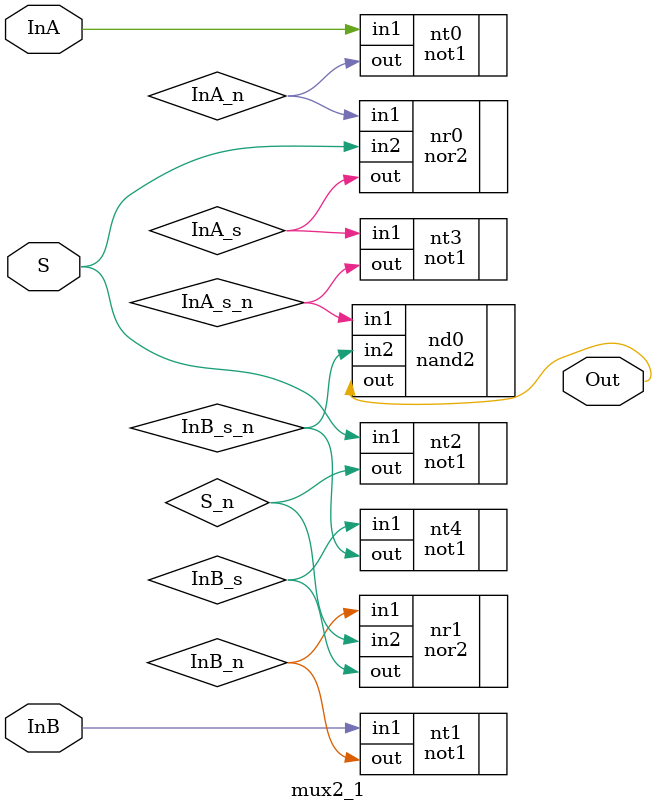
<source format=v>

module mux2_1(InA, InB, S, Out);
	input  InA;
	input  InB;
	input  S;
	output Out;
	
	wire InA_n,InB_n,S_n,InA_s,InB_s,InA_s_n, InB_s_n;
	
	not1 nt0(.in1(InA),   .out(InA_n));
	not1 nt1(.in1(InB),   .out(InB_n));	
	not1 nt2(.in1(S),     .out(S_n));
	not1 nt3(.in1(InA_s), .out(InA_s_n));
	not1 nt4(.in1(InB_s), .out(InB_s_n));
	
	nor2 nr0(.in1(InA_n), .in2(S),   .out(InA_s));
	nor2 nr1(.in1(InB_n), .in2(S_n), .out(InB_s));
	
	nand2 nd0(.in1(InA_s_n), .in2(InB_s_n), .out(Out));

endmodule
</source>
